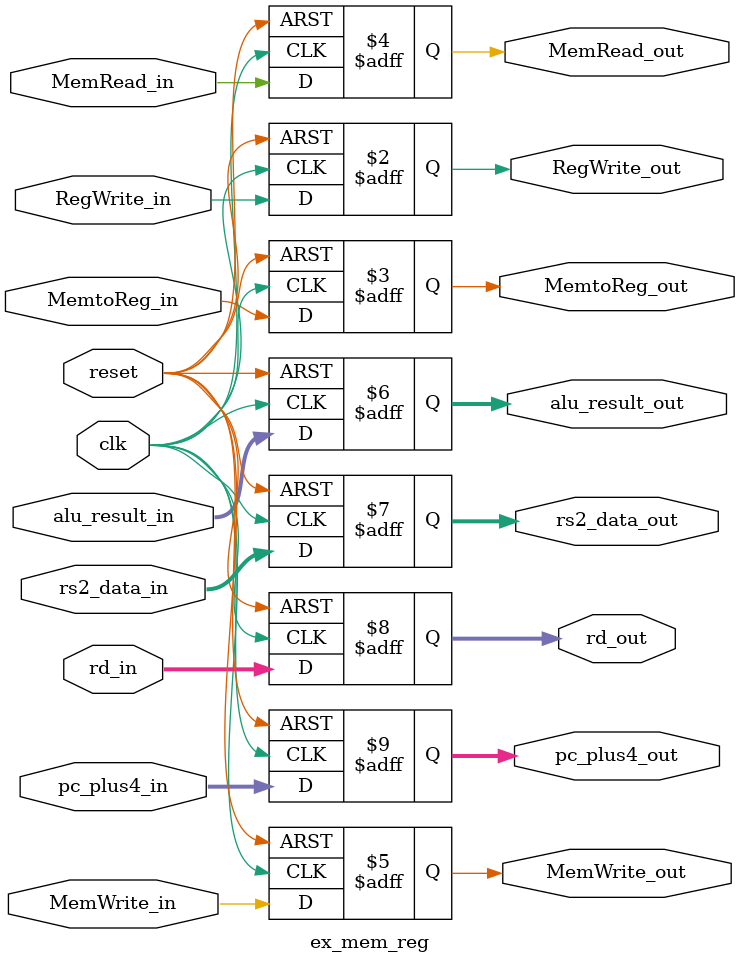
<source format=v>
`timescale 1ns / 1ps

module ex_mem_reg (
    input wire clk,
    input wire reset,
    // Control signals
    input wire RegWrite_in, MemtoReg_in, MemRead_in, MemWrite_in,
    // Data
    input wire [31:0] alu_result_in,
    input wire [31:0] rs2_data_in,
    input wire [4:0] rd_in,
    input wire [31:0] pc_plus4_in,
    // Outputs
    output reg RegWrite_out, MemtoReg_out, MemRead_out, MemWrite_out,
    output reg [31:0] alu_result_out,
    output reg [31:0] rs2_data_out,
    output reg [4:0] rd_out,
    output reg [31:0] pc_plus4_out
);
    always @(posedge clk or posedge reset) begin
        if (reset) begin
            RegWrite_out <= 0;
            MemtoReg_out <= 0;
            MemRead_out <= 0;
            MemWrite_out <= 0;
            alu_result_out <= 32'd0;
            rs2_data_out <= 32'd0;
            rd_out <= 5'd0;
            pc_plus4_out <= 32'd0;
        end else begin
            RegWrite_out <= RegWrite_in;
            MemtoReg_out <= MemtoReg_in;
            MemRead_out <= MemRead_in;
            MemWrite_out <= MemWrite_in;
            alu_result_out <= alu_result_in;
            rs2_data_out <= rs2_data_in;
            rd_out <= rd_in;
            pc_plus4_out <= pc_plus4_in;
        end
    end
endmodule

</source>
